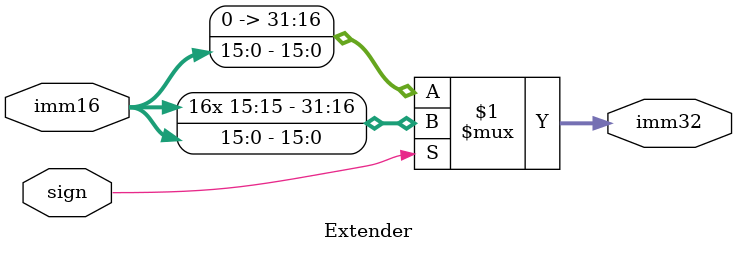
<source format=v>
`timescale 1ns / 1ps
`include "CPU_Param.h"
module Extender(
    input wire [15:0] imm16,
    input wire sign,
    output wire [31:0] imm32
    );
	 
	 assign imm32 = (sign) ? {{16{imm16[15]}}, imm16} : {16'b0, imm16};

endmodule

</source>
